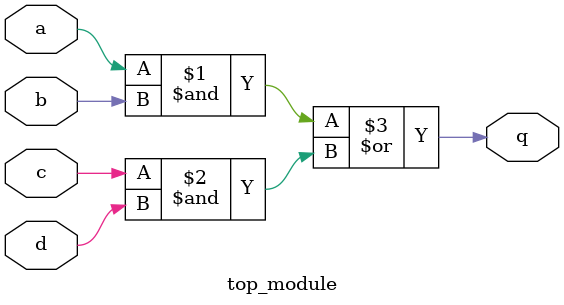
<source format=sv>
module top_module (
	input a, 
	input b, 
	input c, 
	input d,
	output q
);

	assign q = (a & b) | (c & d);
	
endmodule

</source>
